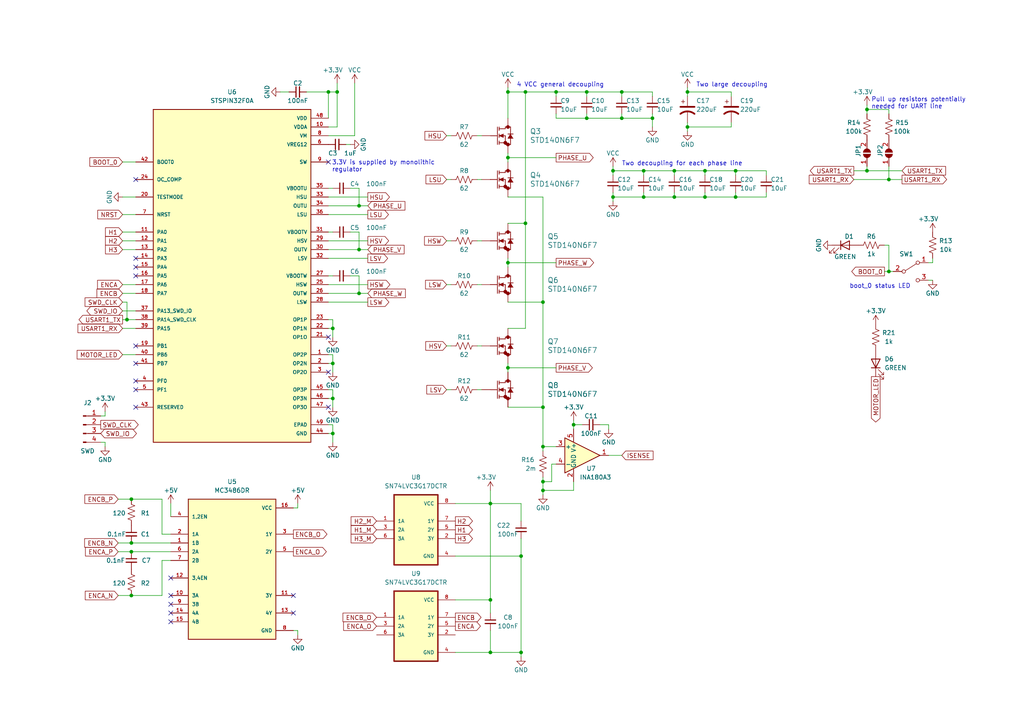
<source format=kicad_sch>
(kicad_sch (version 20231120) (generator "eeschema") (generator_version "8.0")
  (paper "A4")
  (lib_symbols
    (symbol "Amplifier_Current:INA180A3" (pin_names (offset 0.127))
      (property "Reference" "U" (at 3.81 3.81 0))
      (property "Value" "INA180A3" (at 3.81 -2.54 0))
      (symbol "INA180A3_1_1"
        (pin output line (at 7.62 0 180) (length 2.54) (name "~") (number "1"))
        (pin power_in line (at -2.54 -7.62 90) (length 3.81) (name "GND") (number "2"))
        (pin input line (at -7.62 2.54 0) (length 2.54) (name "+") (number "3"))
        (pin input line (at -7.62 -2.54 0) (length 2.54) (name "-") (number "4"))
        (pin power_in line (at -2.54 7.62 270) (length 3.81) (name "V+") (number "5"))
      )
    )
    (symbol "Connector:Conn_01x04_Pin" (pin_names (offset 1.016) hide)
      (property "Reference" "J" (at 0 5.08 0))
      (property "Value" "Conn_01x04_Pin" (at 0 -7.62 0))
      (symbol "Conn_01x04_Pin_1_1"
        (pin passive line (at 5.08 2.54 180) (length 3.81) (name "Pin_1") (number "1"))
        (pin passive line (at 5.08 0 180) (length 3.81) (name "Pin_2") (number "2"))
        (pin passive line (at 5.08 -2.54 180) (length 3.81) (name "Pin_3") (number "3"))
        (pin passive line (at 5.08 -5.08 180) (length 3.81) (name "Pin_4") (number "4"))
      )
    )
    (symbol "Device:C_Polarized_US" (pin_numbers hide) (pin_names (offset 0.254) hide)
      (property "Reference" "C" (at 0.635 2.54 0))
      (property "Value" "C_Polarized_US" (at 0.635 -2.54 0))
      (symbol "C_Polarized_US_1_1"
        (pin passive line (at 0 3.81 270) (length 2.794) (name "~") (number "1"))
        (pin passive line (at 0 -3.81 90) (length 3.302) (name "~") (number "2"))
      )
    )
    (symbol "Device:C_Small" (pin_numbers hide) (pin_names (offset 0.254) hide)
      (property "Reference" "C" (at 0.254 1.778 0))
      (property "Value" "C_Small" (at 0.254 -2.032 0))
      (symbol "C_Small_1_1"
        (pin passive line (at 0 2.54 270) (length 2.032) (name "~") (number "1"))
        (pin passive line (at 0 -2.54 90) (length 2.032) (name "~") (number "2"))
      )
    )
    (symbol "Device:LED" (pin_numbers hide) (pin_names (offset 1.016) hide)
      (property "Reference" "D" (at 0 2.54 0))
      (property "Value" "LED" (at 0 -2.54 0))
      (symbol "LED_1_1"
        (pin passive line (at -3.81 0 0) (length 2.54) (name "K") (number "1"))
        (pin passive line (at 3.81 0 180) (length 2.54) (name "A") (number "2"))
      )
    )
    (symbol "Device:R_US" (pin_numbers hide) (pin_names (offset 0))
      (property "Reference" "R" (at 2.54 0 90))
      (property "Value" "R_US" (at -2.54 0 90))
      (symbol "R_US_1_1"
        (pin passive line (at 0 3.81 270) (length 1.27) (name "~") (number "1"))
        (pin passive line (at 0 -3.81 90) (length 1.27) (name "~") (number "2"))
      )
    )
    (symbol "Jumper:SolderJumper_2_Open" (pin_names (offset 0) hide)
      (property "Reference" "JP" (at 0 2.032 0))
      (property "Value" "SolderJumper_2_Open" (at 0 -2.54 0))
      (symbol "SolderJumper_2_Open_1_1"
        (pin passive line (at -3.81 0 0) (length 2.54) (name "A") (number "1"))
        (pin passive line (at 3.81 0 180) (length 2.54) (name "B") (number "2"))
      )
    )
    (symbol "STD140N6F7_1" (pin_numbers hide) (pin_names (offset 0.254) hide)
      (property "Reference" "Q" (at 11.43 1.27 0))
      (property "Value" "STD140N6F7" (at 17.78 -1.27 0))
      (symbol "STD140N6F7_1_1_1"
        (pin input line (at 0 0 0) (length 2.54) (name "G") (number "1"))
        (pin input line (at 7.62 5.08 270) (length 2.54) (name "D") (number "2"))
        (pin output line (at 7.62 -5.08 90) (length 2.54) (name "S") (number "3"))
      )
    )
    (symbol "STD140N6F7_2" (pin_numbers hide) (pin_names (offset 0.254) hide)
      (property "Reference" "Q" (at 11.43 1.27 0))
      (property "Value" "STD140N6F7" (at 17.78 -1.27 0))
      (symbol "STD140N6F7_2_1_1"
        (pin input line (at 0 0 0) (length 2.54) (name "G") (number "1"))
        (pin input line (at 7.62 5.08 270) (length 2.54) (name "D") (number "2"))
        (pin output line (at 7.62 -5.08 90) (length 2.54) (name "S") (number "3"))
      )
    )
    (symbol "STD140N6F7_3" (pin_numbers hide) (pin_names (offset 0.254) hide)
      (property "Reference" "Q" (at 11.43 1.27 0))
      (property "Value" "STD140N6F7" (at 17.78 -1.27 0))
      (symbol "STD140N6F7_3_1_1"
        (pin input line (at 0 0 0) (length 2.54) (name "G") (number "1"))
        (pin input line (at 7.62 5.08 270) (length 2.54) (name "D") (number "2"))
        (pin output line (at 7.62 -5.08 90) (length 2.54) (name "S") (number "3"))
      )
    )
    (symbol "STD140N6F7_4" (pin_numbers hide) (pin_names (offset 0.254) hide)
      (property "Reference" "Q" (at 11.43 1.27 0))
      (property "Value" "STD140N6F7" (at 17.78 -1.27 0))
      (symbol "STD140N6F7_4_1_1"
        (pin input line (at 0 0 0) (length 2.54) (name "G") (number "1"))
        (pin input line (at 7.62 5.08 270) (length 2.54) (name "D") (number "2"))
        (pin output line (at 7.62 -5.08 90) (length 2.54) (name "S") (number "3"))
      )
    )
    (symbol "STD140N6F7_5" (pin_numbers hide) (pin_names (offset 0.254) hide)
      (property "Reference" "Q" (at 11.43 1.27 0))
      (property "Value" "STD140N6F7" (at 17.78 -1.27 0))
      (symbol "STD140N6F7_5_1_1"
        (pin input line (at 0 0 0) (length 2.54) (name "G") (number "1"))
        (pin input line (at 7.62 5.08 270) (length 2.54) (name "D") (number "2"))
        (pin output line (at 7.62 -5.08 90) (length 2.54) (name "S") (number "3"))
      )
    )
    (symbol "Switch:SW_SPDT" (pin_names (offset 0) hide)
      (property "Reference" "SW" (at 0 4.318 0))
      (property "Value" "SW_SPDT" (at 0 -5.08 0))
      (symbol "SW_SPDT_1_1"
        (pin passive line (at 5.08 2.54 180) (length 2.54) (name "A") (number "1"))
        (pin passive line (at -5.08 0 0) (length 2.54) (name "B") (number "2"))
        (pin passive line (at 5.08 -2.54 180) (length 2.54) (name "C") (number "3"))
      )
    )
    (symbol "lib:MC3486DR" (pin_names (offset 1.016))
      (property "Reference" "U" (at -12.7 20.828 0))
      (property "Value" "MC3486DR" (at -12.7 -22.86 0))
      (symbol "MC3486DR_0_0"
        (pin input line (at -17.78 7.62 0) (length 5.08) (name "1B") (number "1"))
        (pin input line (at -17.78 -7.62 0) (length 5.08) (name "3A") (number "10"))
        (pin output line (at 17.78 -7.62 180) (length 5.08) (name "3Y") (number "11"))
        (pin input line (at -17.78 -2.54 0) (length 5.08) (name "3,4EN") (number "12"))
        (pin output line (at 17.78 -12.7 180) (length 5.08) (name "4Y") (number "13"))
        (pin input line (at -17.78 -12.7 0) (length 5.08) (name "4A") (number "14"))
        (pin input line (at -17.78 -15.24 0) (length 5.08) (name "4B") (number "15"))
        (pin power_in line (at 17.78 17.78 180) (length 5.08) (name "VCC") (number "16"))
        (pin input line (at -17.78 10.16 0) (length 5.08) (name "1A") (number "2"))
        (pin output line (at 17.78 10.16 180) (length 5.08) (name "1Y") (number "3"))
        (pin input line (at -17.78 15.24 0) (length 5.08) (name "1,2EN") (number "4"))
        (pin output line (at 17.78 5.08 180) (length 5.08) (name "2Y") (number "5"))
        (pin input line (at -17.78 5.08 0) (length 5.08) (name "2A") (number "6"))
        (pin input line (at -17.78 2.54 0) (length 5.08) (name "2B") (number "7"))
        (pin power_in line (at 17.78 -17.78 180) (length 5.08) (name "GND") (number "8"))
        (pin input line (at -17.78 -10.16 0) (length 5.08) (name "3B") (number "9"))
      )
    )
    (symbol "lib:SN74LVC3G17DCTR" (pin_names (offset 1.016))
      (property "Reference" "U" (at 11.43 10.668 0))
      (property "Value" "SN74LVC3G17DCTR" (at -4.826 -12.7 0))
      (symbol "SN74LVC3G17DCTR_0_0"
        (pin input line (at -5.08 2.54 0) (length 5.08) (name "1A") (number "1"))
        (pin output line (at 17.78 -2.54 180) (length 5.08) (name "3Y") (number "2"))
        (pin input line (at -5.08 0 0) (length 5.08) (name "2A") (number "3"))
        (pin power_in line (at 17.78 -7.62 180) (length 5.08) (name "GND") (number "4"))
        (pin output line (at 17.78 0 180) (length 5.08) (name "2Y") (number "5"))
        (pin input line (at -5.08 -2.54 0) (length 5.08) (name "3A") (number "6"))
        (pin output line (at 17.78 2.54 180) (length 5.08) (name "1Y") (number "7"))
        (pin power_in line (at 17.78 7.62 180) (length 5.08) (name "VCC") (number "8"))
      )
    )
    (symbol "lib:STD140N6F7" (pin_numbers hide) (pin_names (offset 0.254) hide)
      (property "Reference" "Q" (at 11.43 1.27 0))
      (property "Value" "STD140N6F7" (at 17.78 -1.27 0))
      (symbol "STD140N6F7_1_1"
        (pin input line (at 0 0 0) (length 2.54) (name "G") (number "1"))
        (pin input line (at 7.62 5.08 270) (length 2.54) (name "D") (number "2"))
        (pin output line (at 7.62 -5.08 90) (length 2.54) (name "S") (number "3"))
      )
    )
    (symbol "lib:STSPIN32F0A" (pin_names (offset 1.016))
      (property "Reference" "U" (at -22.86 49.53 0))
      (property "Value" "STSPIN32F0A" (at -22.86 -49.53 0))
      (symbol "STSPIN32F0A_0_0"
        (pin input line (at 27.94 -22.86 180) (length 5.08) (name "OP2P") (number "1"))
        (pin power_in line (at 27.94 43.18 180) (length 5.08) (name "VDDA") (number "10"))
        (pin bidirectional line (at -27.94 12.7 0) (length 5.08) (name "PA0") (number "11"))
        (pin bidirectional line (at -27.94 10.16 0) (length 5.08) (name "PA1") (number "12"))
        (pin bidirectional line (at -27.94 7.62 0) (length 5.08) (name "PA2") (number "13"))
        (pin bidirectional line (at -27.94 5.08 0) (length 5.08) (name "PA3") (number "14"))
        (pin bidirectional line (at -27.94 2.54 0) (length 5.08) (name "PA4") (number "15"))
        (pin bidirectional line (at -27.94 0 0) (length 5.08) (name "PA5") (number "16"))
        (pin bidirectional line (at -27.94 -2.54 0) (length 5.08) (name "PA6") (number "17"))
        (pin bidirectional line (at -27.94 -5.08 0) (length 5.08) (name "PA7") (number "18"))
        (pin bidirectional line (at -27.94 -20.32 0) (length 5.08) (name "PB1") (number "19"))
        (pin input line (at 27.94 -25.4 180) (length 5.08) (name "OP2N") (number "2"))
        (pin input line (at -27.94 22.86 0) (length 5.08) (name "TESTMODE") (number "20"))
        (pin output line (at 27.94 -17.78 180) (length 5.08) (name "OP1O") (number "21"))
        (pin input line (at 27.94 -15.24 180) (length 5.08) (name "OP1N") (number "22"))
        (pin input line (at 27.94 -12.7 180) (length 5.08) (name "OP1P") (number "23"))
        (pin input line (at -27.94 27.94 0) (length 5.08) (name "OC_COMP") (number "24"))
        (pin output line (at 27.94 -2.54 180) (length 5.08) (name "HSW") (number "25"))
        (pin output line (at 27.94 -5.08 180) (length 5.08) (name "OUTW") (number "26"))
        (pin power_in line (at 27.94 0 180) (length 5.08) (name "VBOOTW") (number "27"))
        (pin output line (at 27.94 -7.62 180) (length 5.08) (name "LSW") (number "28"))
        (pin output line (at 27.94 10.16 180) (length 5.08) (name "HSV") (number "29"))
        (pin output line (at 27.94 -27.94 180) (length 5.08) (name "OP2O") (number "3"))
        (pin output line (at 27.94 7.62 180) (length 5.08) (name "OUTV") (number "30"))
        (pin power_in line (at 27.94 12.7 180) (length 5.08) (name "VBOOTV") (number "31"))
        (pin output line (at 27.94 5.08 180) (length 5.08) (name "LSV") (number "32"))
        (pin output line (at 27.94 22.86 180) (length 5.08) (name "HSU") (number "33"))
        (pin output line (at 27.94 20.32 180) (length 5.08) (name "OUTU") (number "34"))
        (pin power_in line (at 27.94 25.4 180) (length 5.08) (name "VBOOTU") (number "35"))
        (pin output line (at 27.94 17.78 180) (length 5.08) (name "LSU") (number "36"))
        (pin bidirectional line (at -27.94 -10.16 0) (length 5.08) (name "PA13_SWD_IO") (number "37"))
        (pin bidirectional line (at -27.94 -12.7 0) (length 5.08) (name "PA14_SWD_CLK") (number "38"))
        (pin bidirectional line (at -27.94 -15.24 0) (length 5.08) (name "PA15") (number "39"))
        (pin bidirectional line (at -27.94 -30.48 0) (length 5.08) (name "PF0") (number "4"))
        (pin bidirectional line (at -27.94 -22.86 0) (length 5.08) (name "PB6") (number "40"))
        (pin bidirectional line (at -27.94 -25.4 0) (length 5.08) (name "PB7") (number "41"))
        (pin input line (at -27.94 33.02 0) (length 5.08) (name "BOOT0") (number "42"))
        (pin passive line (at -27.94 -38.1 0) (length 5.08) (name "RESERVED") (number "43"))
        (pin power_in line (at 27.94 -45.72 180) (length 5.08) (name "GND") (number "44"))
        (pin input line (at 27.94 -33.02 180) (length 5.08) (name "OP3P") (number "45"))
        (pin input line (at 27.94 -35.56 180) (length 5.08) (name "OP3N") (number "46"))
        (pin output line (at 27.94 -38.1 180) (length 5.08) (name "OP3O") (number "47"))
        (pin power_in line (at 27.94 45.72 180) (length 5.08) (name "VDD") (number "48"))
        (pin power_in line (at 27.94 -43.18 180) (length 5.08) (name "EPAD") (number "49"))
        (pin bidirectional line (at -27.94 -33.02 0) (length 5.08) (name "PF1") (number "5"))
        (pin power_in line (at 27.94 38.1 180) (length 5.08) (name "VREG12") (number "6"))
        (pin bidirectional line (at -27.94 17.78 0) (length 5.08) (name "NRST") (number "7"))
        (pin power_in line (at 27.94 40.64 180) (length 5.08) (name "VM") (number "8"))
        (pin output line (at 27.94 33.02 180) (length 5.08) (name "SW") (number "9"))
      )
    )
    (symbol "power:+3.3V" (power) (pin_names (offset 0))
      (property "Value" "+3.3V" (at 0 3.556 0))
      (symbol "+3.3V_1_1"
        (pin power_in line (at 0 0 90) (length 0) hide (name "+3.3V") (number "1"))
      )
    )
    (symbol "power:+5V" (power) (pin_names (offset 0))
      (property "Value" "+5V" (at 0 3.556 0))
      (symbol "+5V_1_1"
        (pin power_in line (at 0 0 90) (length 0) hide (name "+5V") (number "1"))
      )
    )
    (symbol "power:GND" (power) (pin_names (offset 0))
      (property "Value" "GND" (at 0 -3.81 0))
      (symbol "GND_1_1"
        (pin power_in line (at 0 0 270) (length 0) hide (name "GND") (number "1"))
      )
    )
    (symbol "power:VCC" (power) (pin_names (offset 0))
      (property "Value" "VCC" (at 0 3.81 0))
      (symbol "VCC_1_1"
        (pin power_in line (at 0 0 90) (length 0) hide (name "VCC") (number "1"))
      )
    )
  )
  (junction (at 257.81 78.74))
  (junction (at 199.39 36.83))
  (junction (at 251.46 49.53))
  (junction (at 213.36 57.15))
  (junction (at 104.14 85.09))
  (junction (at 186.69 57.15))
  (junction (at 166.37 123.19))
  (junction (at 213.36 49.53))
  (junction (at 170.18 26.67))
  (junction (at 180.34 34.29))
  (junction (at 147.32 26.67))
  (junction (at 36.83 92.71))
  (junction (at 151.13 161.29))
  (junction (at 38.1 144.78))
  (junction (at 204.47 57.15))
  (junction (at 189.23 34.29))
  (junction (at 177.8 49.53))
  (junction (at 104.14 72.39))
  (junction (at 186.69 49.53))
  (junction (at 104.14 59.69))
  (junction (at 157.48 142.24))
  (junction (at 142.24 173.99))
  (junction (at 257.81 52.07))
  (junction (at 151.13 189.23))
  (junction (at 199.39 26.67))
  (junction (at 147.32 45.72))
  (junction (at 157.48 87.63))
  (junction (at 96.52 105.41))
  (junction (at 147.32 106.68))
  (junction (at 157.48 129.54))
  (junction (at 142.24 189.23))
  (junction (at 204.47 49.53))
  (junction (at 177.8 57.15))
  (junction (at 142.24 146.05))
  (junction (at 97.79 26.67))
  (junction (at 96.52 115.57))
  (junction (at 170.18 34.29))
  (junction (at 95.25 26.67))
  (junction (at 38.1 157.48))
  (junction (at 147.32 76.2))
  (junction (at 152.4 26.67))
  (junction (at 38.1 160.02))
  (junction (at 157.48 118.11))
  (junction (at 195.58 57.15))
  (junction (at 195.58 49.53))
  (junction (at 161.29 26.67))
  (junction (at 96.52 95.25))
  (junction (at 180.34 26.67))
  (junction (at 251.46 31.75))
  (junction (at 152.4 64.77))
  (junction (at 157.48 139.7))
  (junction (at 96.52 125.73))
  (junction (at 38.1 172.72))
  (no_connect (at 39.37 110.49))
  (no_connect (at 39.37 52.07))
  (no_connect (at 95.25 97.79))
  (no_connect (at 39.37 100.33))
  (no_connect (at 95.25 46.99))
  (no_connect (at 49.53 180.34))
  (no_connect (at 85.09 177.8))
  (no_connect (at 85.09 172.72))
  (no_connect (at 95.25 107.95))
  (no_connect (at 39.37 74.93))
  (no_connect (at 39.37 113.03))
  (no_connect (at 95.25 118.11))
  (no_connect (at 49.53 167.64))
  (no_connect (at 49.53 177.8))
  (no_connect (at 39.37 77.47))
  (no_connect (at 49.53 172.72))
  (no_connect (at 39.37 105.41))
  (no_connect (at 39.37 80.01))
  (no_connect (at 39.37 118.11))
  (no_connect (at 49.53 175.26))
  (wire (pts (xy 157.48 139.7) (xy 160.02 139.7)))
  (wire (pts (xy 34.29 144.78) (xy 38.1 144.78)))
  (wire (pts (xy 96.52 95.25) (xy 96.52 97.79)))
  (wire (pts (xy 213.36 49.53) (xy 222.25 49.53)))
  (wire (pts (xy 29.21 120.65) (xy 30.48 120.65)))
  (wire (pts (xy 186.69 55.88) (xy 186.69 57.15)))
  (wire (pts (xy 95.25 123.19) (xy 96.52 123.19)))
  (wire (pts (xy 161.29 26.67) (xy 170.18 26.67)))
  (wire (pts (xy 95.25 26.67) (xy 95.25 34.29)))
  (wire (pts (xy 170.18 33.02) (xy 170.18 34.29)))
  (wire (pts (xy 132.08 189.23) (xy 142.24 189.23)))
  (wire (pts (xy 101.6 67.31) (xy 104.14 67.31)))
  (wire (pts (xy 251.46 31.75) (xy 251.46 33.02)))
  (wire (pts (xy 213.36 57.15) (xy 222.25 57.15)))
  (wire (pts (xy 166.37 139.7) (xy 166.37 142.24)))
  (wire (pts (xy 38.1 157.48) (xy 49.53 157.48)))
  (wire (pts (xy 251.46 49.53) (xy 261.62 49.53)))
  (wire (pts (xy 199.39 25.4) (xy 199.39 26.67)))
  (wire (pts (xy 138.43 82.55) (xy 139.7 82.55)))
  (wire (pts (xy 96.52 115.57) (xy 96.52 118.11)))
  (wire (pts (xy 95.25 125.73) (xy 96.52 125.73)))
  (wire (pts (xy 88.9 26.67) (xy 95.25 26.67)))
  (wire (pts (xy 147.32 87.63) (xy 157.48 87.63)))
  (wire (pts (xy 106.68 74.93) (xy 95.25 74.93)))
  (wire (pts (xy 138.43 100.33) (xy 139.7 100.33)))
  (wire (pts (xy 195.58 49.53) (xy 204.47 49.53)))
  (wire (pts (xy 35.56 69.85) (xy 39.37 69.85)))
  (wire (pts (xy 157.48 118.11) (xy 157.48 129.54)))
  (wire (pts (xy 177.8 57.15) (xy 177.8 58.42)))
  (wire (pts (xy 199.39 27.94) (xy 199.39 26.67)))
  (wire (pts (xy 212.09 26.67) (xy 212.09 27.94)))
  (wire (pts (xy 257.81 78.74) (xy 257.81 71.12)))
  (wire (pts (xy 147.32 44.45) (xy 147.32 45.72)))
  (wire (pts (xy 81.28 26.67) (xy 83.82 26.67)))
  (wire (pts (xy 186.69 57.15) (xy 195.58 57.15)))
  (wire (pts (xy 35.56 82.55) (xy 39.37 82.55)))
  (wire (pts (xy 186.69 49.53) (xy 186.69 50.8)))
  (wire (pts (xy 96.52 125.73) (xy 96.52 128.27)))
  (wire (pts (xy 213.36 49.53) (xy 213.36 50.8)))
  (wire (pts (xy 251.46 48.26) (xy 251.46 49.53)))
  (wire (pts (xy 166.37 142.24) (xy 157.48 142.24)))
  (wire (pts (xy 129.54 113.03) (xy 130.81 113.03)))
  (wire (pts (xy 147.32 26.67) (xy 147.32 34.29)))
  (wire (pts (xy 96.52 113.03) (xy 96.52 115.57)))
  (wire (pts (xy 247.65 49.53) (xy 251.46 49.53)))
  (wire (pts (xy 257.81 71.12) (xy 256.54 71.12)))
  (wire (pts (xy 177.8 49.53) (xy 186.69 49.53)))
  (wire (pts (xy 129.54 52.07) (xy 130.81 52.07)))
  (wire (pts (xy 95.25 85.09) (xy 104.14 85.09)))
  (wire (pts (xy 199.39 36.83) (xy 199.39 38.1)))
  (wire (pts (xy 256.54 78.74) (xy 257.81 78.74)))
  (wire (pts (xy 132.08 146.05) (xy 142.24 146.05)))
  (wire (pts (xy 257.81 78.74) (xy 259.08 78.74)))
  (wire (pts (xy 270.51 74.93) (xy 270.51 76.2)))
  (wire (pts (xy 166.37 123.19) (xy 168.91 123.19)))
  (wire (pts (xy 104.14 59.69) (xy 106.68 59.69)))
  (wire (pts (xy 35.56 72.39) (xy 39.37 72.39)))
  (wire (pts (xy 96.52 123.19) (xy 96.52 125.73)))
  (wire (pts (xy 189.23 26.67) (xy 189.23 27.94)))
  (wire (pts (xy 173.99 123.19) (xy 176.53 123.19)))
  (wire (pts (xy 251.46 30.48) (xy 251.46 31.75)))
  (wire (pts (xy 46.99 154.94) (xy 49.53 154.94)))
  (wire (pts (xy 96.52 95.25) (xy 95.25 95.25)))
  (wire (pts (xy 157.48 138.43) (xy 157.48 139.7)))
  (wire (pts (xy 157.48 129.54) (xy 157.48 130.81)))
  (wire (pts (xy 166.37 123.19) (xy 166.37 124.46)))
  (wire (pts (xy 152.4 26.67) (xy 161.29 26.67)))
  (wire (pts (xy 147.32 105.41) (xy 147.32 106.68)))
  (wire (pts (xy 95.25 87.63) (xy 106.68 87.63)))
  (wire (pts (xy 35.56 85.09) (xy 39.37 85.09)))
  (wire (pts (xy 104.14 85.09) (xy 106.68 85.09)))
  (wire (pts (xy 195.58 49.53) (xy 195.58 50.8)))
  (wire (pts (xy 129.54 39.37) (xy 130.81 39.37)))
  (wire (pts (xy 104.14 80.01) (xy 104.14 85.09)))
  (wire (pts (xy 35.56 87.63) (xy 36.83 87.63)))
  (wire (pts (xy 95.25 105.41) (xy 96.52 105.41)))
  (wire (pts (xy 157.48 129.54) (xy 161.29 129.54)))
  (wire (pts (xy 97.79 26.67) (xy 97.79 36.83)))
  (wire (pts (xy 95.25 82.55) (xy 106.68 82.55)))
  (wire (pts (xy 34.29 172.72) (xy 38.1 172.72)))
  (wire (pts (xy 257.81 52.07) (xy 261.62 52.07)))
  (wire (pts (xy 30.48 119.38) (xy 30.48 120.65)))
  (wire (pts (xy 142.24 173.99) (xy 142.24 177.8)))
  (wire (pts (xy 49.53 146.05) (xy 49.53 149.86)))
  (wire (pts (xy 161.29 134.62) (xy 160.02 134.62)))
  (wire (pts (xy 35.56 92.71) (xy 36.83 92.71)))
  (wire (pts (xy 177.8 49.53) (xy 177.8 50.8)))
  (wire (pts (xy 157.48 142.24) (xy 157.48 143.51)))
  (wire (pts (xy 138.43 52.07) (xy 139.7 52.07)))
  (wire (pts (xy 95.25 92.71) (xy 96.52 92.71)))
  (wire (pts (xy 147.32 57.15) (xy 157.48 57.15)))
  (wire (pts (xy 177.8 55.88) (xy 177.8 57.15)))
  (wire (pts (xy 212.09 36.83) (xy 212.09 35.56)))
  (wire (pts (xy 35.56 46.99) (xy 39.37 46.99)))
  (wire (pts (xy 151.13 189.23) (xy 151.13 190.5)))
  (wire (pts (xy 189.23 34.29) (xy 189.23 33.02)))
  (wire (pts (xy 204.47 49.53) (xy 204.47 50.8)))
  (wire (pts (xy 152.4 64.77) (xy 147.32 64.77)))
  (wire (pts (xy 104.14 67.31) (xy 104.14 72.39)))
  (wire (pts (xy 204.47 49.53) (xy 213.36 49.53)))
  (wire (pts (xy 96.52 105.41) (xy 96.52 107.95)))
  (wire (pts (xy 95.25 57.15) (xy 106.68 57.15)))
  (wire (pts (xy 151.13 156.21) (xy 151.13 161.29)))
  (wire (pts (xy 186.69 49.53) (xy 195.58 49.53)))
  (wire (pts (xy 247.65 52.07) (xy 257.81 52.07)))
  (wire (pts (xy 157.48 57.15) (xy 157.48 87.63)))
  (wire (pts (xy 95.25 62.23) (xy 106.68 62.23)))
  (wire (pts (xy 180.34 34.29) (xy 189.23 34.29)))
  (wire (pts (xy 104.14 54.61) (xy 104.14 59.69)))
  (wire (pts (xy 151.13 161.29) (xy 151.13 189.23)))
  (wire (pts (xy 157.48 87.63) (xy 157.48 118.11)))
  (wire (pts (xy 199.39 26.67) (xy 212.09 26.67)))
  (wire (pts (xy 157.48 139.7) (xy 157.48 142.24)))
  (wire (pts (xy 29.21 128.27) (xy 30.48 128.27)))
  (wire (pts (xy 142.24 173.99) (xy 132.08 173.99)))
  (wire (pts (xy 96.52 115.57) (xy 95.25 115.57)))
  (wire (pts (xy 100.33 41.91) (xy 101.6 41.91)))
  (wire (pts (xy 199.39 35.56) (xy 199.39 36.83)))
  (wire (pts (xy 46.99 172.72) (xy 46.99 162.56)))
  (wire (pts (xy 199.39 36.83) (xy 212.09 36.83)))
  (wire (pts (xy 106.68 69.85) (xy 95.25 69.85)))
  (wire (pts (xy 166.37 121.92) (xy 166.37 123.19)))
  (wire (pts (xy 95.25 113.03) (xy 96.52 113.03)))
  (wire (pts (xy 151.13 146.05) (xy 151.13 151.13)))
  (wire (pts (xy 152.4 64.77) (xy 152.4 95.25)))
  (wire (pts (xy 142.24 146.05) (xy 142.24 173.99)))
  (wire (pts (xy 251.46 31.75) (xy 257.81 31.75)))
  (wire (pts (xy 35.56 62.23) (xy 39.37 62.23)))
  (wire (pts (xy 34.29 160.02) (xy 38.1 160.02)))
  (wire (pts (xy 129.54 69.85) (xy 130.81 69.85)))
  (wire (pts (xy 101.6 80.01) (xy 104.14 80.01)))
  (wire (pts (xy 147.32 106.68) (xy 147.32 107.95)))
  (wire (pts (xy 180.34 26.67) (xy 180.34 27.94)))
  (wire (pts (xy 257.81 31.75) (xy 257.81 33.02)))
  (wire (pts (xy 160.02 134.62) (xy 160.02 139.7)))
  (wire (pts (xy 152.4 26.67) (xy 152.4 64.77)))
  (wire (pts (xy 142.24 189.23) (xy 151.13 189.23)))
  (wire (pts (xy 35.56 95.25) (xy 39.37 95.25)))
  (wire (pts (xy 147.32 95.25) (xy 152.4 95.25)))
  (wire (pts (xy 147.32 25.4) (xy 147.32 26.67)))
  (wire (pts (xy 95.25 67.31) (xy 96.52 67.31)))
  (wire (pts (xy 86.36 146.05) (xy 86.36 147.32)))
  (wire (pts (xy 147.32 76.2) (xy 161.29 76.2)))
  (wire (pts (xy 147.32 76.2) (xy 147.32 77.47)))
  (wire (pts (xy 102.87 24.13) (xy 102.87 39.37)))
  (wire (pts (xy 269.24 81.28) (xy 270.51 81.28)))
  (wire (pts (xy 180.34 132.08) (xy 176.53 132.08)))
  (wire (pts (xy 177.8 57.15) (xy 186.69 57.15)))
  (wire (pts (xy 95.25 39.37) (xy 102.87 39.37)))
  (wire (pts (xy 147.32 45.72) (xy 147.32 46.99)))
  (wire (pts (xy 204.47 55.88) (xy 204.47 57.15)))
  (wire (pts (xy 97.79 36.83) (xy 95.25 36.83)))
  (wire (pts (xy 222.25 55.88) (xy 222.25 57.15)))
  (wire (pts (xy 138.43 69.85) (xy 139.7 69.85)))
  (wire (pts (xy 195.58 55.88) (xy 195.58 57.15)))
  (wire (pts (xy 189.23 34.29) (xy 189.23 36.83)))
  (wire (pts (xy 138.43 113.03) (xy 139.7 113.03)))
  (wire (pts (xy 176.53 123.19) (xy 176.53 124.46)))
  (wire (pts (xy 132.08 161.29) (xy 151.13 161.29)))
  (wire (pts (xy 170.18 34.29) (xy 180.34 34.29)))
  (wire (pts (xy 101.6 54.61) (xy 104.14 54.61)))
  (wire (pts (xy 270.51 76.2) (xy 269.24 76.2)))
  (wire (pts (xy 142.24 142.24) (xy 142.24 146.05)))
  (wire (pts (xy 34.29 157.48) (xy 38.1 157.48)))
  (wire (pts (xy 142.24 146.05) (xy 151.13 146.05)))
  (wire (pts (xy 213.36 55.88) (xy 213.36 57.15)))
  (wire (pts (xy 95.25 26.67) (xy 97.79 26.67)))
  (wire (pts (xy 147.32 74.93) (xy 147.32 76.2)))
  (wire (pts (xy 95.25 59.69) (xy 104.14 59.69)))
  (wire (pts (xy 177.8 48.26) (xy 177.8 49.53)))
  (wire (pts (xy 104.14 72.39) (xy 106.68 72.39)))
  (wire (pts (xy 95.25 54.61) (xy 96.52 54.61)))
  (wire (pts (xy 195.58 57.15) (xy 204.47 57.15)))
  (wire (pts (xy 97.79 24.13) (xy 97.79 26.67)))
  (wire (pts (xy 35.56 102.87) (xy 39.37 102.87)))
  (wire (pts (xy 30.48 128.27) (xy 30.48 129.54)))
  (wire (pts (xy 85.09 147.32) (xy 86.36 147.32)))
  (wire (pts (xy 35.56 57.15) (xy 39.37 57.15)))
  (wire (pts (xy 36.83 92.71) (xy 39.37 92.71)))
  (wire (pts (xy 222.25 49.53) (xy 222.25 50.8)))
  (wire (pts (xy 46.99 144.78) (xy 46.99 154.94)))
  (wire (pts (xy 129.54 82.55) (xy 130.81 82.55)))
  (wire (pts (xy 85.09 182.88) (xy 86.36 182.88)))
  (wire (pts (xy 147.32 45.72) (xy 161.29 45.72)))
  (wire (pts (xy 46.99 162.56) (xy 49.53 162.56)))
  (wire (pts (xy 38.1 172.72) (xy 46.99 172.72)))
  (wire (pts (xy 95.25 102.87) (xy 96.52 102.87)))
  (wire (pts (xy 147.32 26.67) (xy 152.4 26.67)))
  (wire (pts (xy 142.24 182.88) (xy 142.24 189.23)))
  (wire (pts (xy 180.34 34.29) (xy 180.34 33.02)))
  (wire (pts (xy 95.25 72.39) (xy 104.14 72.39)))
  (wire (pts (xy 86.36 182.88) (xy 86.36 184.15)))
  (wire (pts (xy 129.54 100.33) (xy 130.81 100.33)))
  (wire (pts (xy 95.25 80.01) (xy 96.52 80.01)))
  (wire (pts (xy 161.29 33.02) (xy 161.29 34.29)))
  (wire (pts (xy 96.52 102.87) (xy 96.52 105.41)))
  (wire (pts (xy 157.48 118.11) (xy 147.32 118.11)))
  (wire (pts (xy 257.81 48.26) (xy 257.81 52.07)))
  (wire (pts (xy 170.18 26.67) (xy 180.34 26.67)))
  (wire (pts (xy 36.83 87.63) (xy 36.83 92.71)))
  (wire (pts (xy 161.29 26.67) (xy 161.29 27.94)))
  (wire (pts (xy 35.56 90.17) (xy 39.37 90.17)))
  (wire (pts (xy 170.18 26.67) (xy 170.18 27.94)))
  (wire (pts (xy 96.52 92.71) (xy 96.52 95.25)))
  (wire (pts (xy 38.1 160.02) (xy 49.53 160.02)))
  (wire (pts (xy 38.1 144.78) (xy 46.99 144.78)))
  (wire (pts (xy 35.56 67.31) (xy 39.37 67.31)))
  (wire (pts (xy 138.43 39.37) (xy 139.7 39.37)))
  (wire (pts (xy 161.29 34.29) (xy 170.18 34.29)))
  (wire (pts (xy 147.32 106.68) (xy 161.29 106.68)))
  (wire (pts (xy 204.47 57.15) (xy 213.36 57.15)))
  (wire (pts (xy 180.34 26.67) (xy 189.23 26.67)))
  (text "3.3V is supplied by monolithic \nregulator" (at 96.266 50.038 0) (effects (font (size 1.27 1.27)) (justify left bottom)))
  (text "Two large decoupling" (at 201.93 25.4 0) (effects (font (size 1.27 1.27)) (justify left bottom)))
  (text "Pull up resistors potentially\nneeded for UART line" (at 252.73 31.75 0) (effects (font (size 1.27 1.27)) (justify left bottom)))
  (text "Two decoupling for each phase line" (at 180.34 48.26 0) (effects (font (size 1.27 1.27)) (justify left bottom)))
  (text "4 VCC general decoupling" (at 149.86 25.4 0) (effects (font (size 1.27 1.27)) (justify left bottom)))
  (text "boot_0 status LED" (at 246.38 83.82 0) (effects (font (size 1.27 1.27)) (justify left bottom)))
  (global_label "ENCA" (shape output) (at 132.08 181.61 0) (property "Intersheetrefs" "${INTERSHEET_REFS}" (effects (hide yes))))
  (global_label "ENCA" (shape input) (at 35.56 82.55 180) (property "Intersheetrefs" "${INTERSHEET_REFS}" (effects (hide yes))))
  (global_label "H2" (shape input) (at 35.56 69.85 180) (property "Intersheetrefs" "${INTERSHEET_REFS}" (effects (hide yes))))
  (global_label "ENCA_O" (shape output) (at 85.09 160.02 0) (property "Intersheetrefs" "${INTERSHEET_REFS}" (effects (hide yes))))
  (global_label "USART1_TX" (shape output) (at 35.56 92.71 180) (property "Intersheetrefs" "${INTERSHEET_REFS}" (effects (hide yes))))
  (global_label "PHASE_U" (shape input) (at 106.68 59.69 0) (property "Intersheetrefs" "${INTERSHEET_REFS}" (effects (hide yes))))
  (global_label "SWD_IO" (shape bidirectional) (at 29.21 125.73 0) (property "Intersheetrefs" "${INTERSHEET_REFS}" (effects (hide yes))))
  (global_label "ENCA_N" (shape input) (at 34.29 172.72 180) (property "Intersheetrefs" "${INTERSHEET_REFS}" (effects (hide yes))))
  (global_label "LSV" (shape output) (at 106.68 74.93 0) (property "Intersheetrefs" "${INTERSHEET_REFS}" (effects (hide yes))))
  (global_label "PHASE_W" (shape output) (at 161.29 76.2 0) (property "Intersheetrefs" "${INTERSHEET_REFS}" (effects (hide yes))))
  (global_label "HSU" (shape output) (at 106.68 57.15 0) (property "Intersheetrefs" "${INTERSHEET_REFS}" (effects (hide yes))))
  (global_label "H2" (shape output) (at 132.08 151.13 0) (property "Intersheetrefs" "${INTERSHEET_REFS}" (effects (hide yes))))
  (global_label "MOTOR_LED" (shape input) (at 35.56 102.87 180) (property "Intersheetrefs" "${INTERSHEET_REFS}" (effects (hide yes))))
  (global_label "H1_M" (shape input) (at 109.22 153.67 180) (property "Intersheetrefs" "${INTERSHEET_REFS}" (effects (hide yes))))
  (global_label "LSV" (shape input) (at 129.54 113.03 180) (property "Intersheetrefs" "${INTERSHEET_REFS}" (effects (hide yes))))
  (global_label "PHASE_V" (shape input) (at 106.68 72.39 0) (property "Intersheetrefs" "${INTERSHEET_REFS}" (effects (hide yes))))
  (global_label "ENCB" (shape output) (at 132.08 179.07 0) (property "Intersheetrefs" "${INTERSHEET_REFS}" (effects (hide yes))))
  (global_label "USART1_RX" (shape input) (at 247.65 52.07 180) (property "Intersheetrefs" "${INTERSHEET_REFS}" (effects (hide yes))))
  (global_label "PHASE_U" (shape output) (at 161.29 45.72 0) (property "Intersheetrefs" "${INTERSHEET_REFS}" (effects (hide yes))))
  (global_label "H2_M" (shape input) (at 109.22 151.13 180) (property "Intersheetrefs" "${INTERSHEET_REFS}" (effects (hide yes))))
  (global_label "ENCB_P" (shape input) (at 34.29 144.78 180) (property "Intersheetrefs" "${INTERSHEET_REFS}" (effects (hide yes))))
  (global_label "HSW" (shape output) (at 106.68 82.55 0) (property "Intersheetrefs" "${INTERSHEET_REFS}" (effects (hide yes))))
  (global_label "PHASE_W" (shape input) (at 106.68 85.09 0) (property "Intersheetrefs" "${INTERSHEET_REFS}" (effects (hide yes))))
  (global_label "USART1_TX" (shape output) (at 247.65 49.53 180) (property "Intersheetrefs" "${INTERSHEET_REFS}" (effects (hide yes))))
  (global_label "ISENSE" (shape input) (at 180.34 132.08 0) (property "Intersheetrefs" "${INTERSHEET_REFS}" (effects (hide yes))))
  (global_label "BOOT_0" (shape output) (at 256.54 78.74 180) (property "Intersheetrefs" "${INTERSHEET_REFS}" (effects (hide yes))))
  (global_label "USART1_RX" (shape output) (at 261.62 52.07 0) (property "Intersheetrefs" "${INTERSHEET_REFS}" (effects (hide yes))))
  (global_label "SWD_IO" (shape bidirectional) (at 35.56 90.17 180) (property "Intersheetrefs" "${INTERSHEET_REFS}" (effects (hide yes))))
  (global_label "HSU" (shape input) (at 129.54 39.37 180) (property "Intersheetrefs" "${INTERSHEET_REFS}" (effects (hide yes))))
  (global_label "LSU" (shape output) (at 106.68 62.23 0) (property "Intersheetrefs" "${INTERSHEET_REFS}" (effects (hide yes))))
  (global_label "HSV" (shape output) (at 106.68 69.85 0) (property "Intersheetrefs" "${INTERSHEET_REFS}" (effects (hide yes))))
  (global_label "HSW" (shape input) (at 129.54 69.85 180) (property "Intersheetrefs" "${INTERSHEET_REFS}" (effects (hide yes))))
  (global_label "ENCA_P" (shape input) (at 34.29 160.02 180) (property "Intersheetrefs" "${INTERSHEET_REFS}" (effects (hide yes))))
  (global_label "H1" (shape input) (at 35.56 67.31 180) (property "Intersheetrefs" "${INTERSHEET_REFS}" (effects (hide yes))))
  (global_label "HSV" (shape input) (at 129.54 100.33 180) (property "Intersheetrefs" "${INTERSHEET_REFS}" (effects (hide yes))))
  (global_label "BOOT_0" (shape input) (at 35.56 46.99 180) (property "Intersheetrefs" "${INTERSHEET_REFS}" (effects (hide yes))))
  (global_label "SWD_CLK" (shape output) (at 29.21 123.19 0) (property "Intersheetrefs" "${INTERSHEET_REFS}" (effects (hide yes))))
  (global_label "ENCB_O" (shape input) (at 109.22 179.07 180) (property "Intersheetrefs" "${INTERSHEET_REFS}" (effects (hide yes))))
  (global_label "LSU" (shape input) (at 129.54 52.07 180) (property "Intersheetrefs" "${INTERSHEET_REFS}" (effects (hide yes))))
  (global_label "ENCB_O" (shape output) (at 85.09 154.94 0) (property "Intersheetrefs" "${INTERSHEET_REFS}" (effects (hide yes))))
  (global_label "USART1_RX" (shape input) (at 35.56 95.25 180) (property "Intersheetrefs" "${INTERSHEET_REFS}" (effects (hide yes))))
  (global_label "LSW" (shape output) (at 106.68 87.63 0) (property "Intersheetrefs" "${INTERSHEET_REFS}" (effects (hide yes))))
  (global_label "LSW" (shape input) (at 129.54 82.55 180) (property "Intersheetrefs" "${INTERSHEET_REFS}" (effects (hide yes))))
  (global_label "PHASE_V" (shape output) (at 161.29 106.68 0) (property "Intersheetrefs" "${INTERSHEET_REFS}" (effects (hide yes))))
  (global_label "MOTOR_LED" (shape output) (at 254 109.22 270) (property "Intersheetrefs" "${INTERSHEET_REFS}" (effects (hide yes))))
  (global_label "ENCB_N" (shape input) (at 34.29 157.48 180) (property "Intersheetrefs" "${INTERSHEET_REFS}" (effects (hide yes))))
  (global_label "NRST" (shape input) (at 35.56 62.23 180) (property "Intersheetrefs" "${INTERSHEET_REFS}" (effects (hide yes))))
  (global_label "H1" (shape output) (at 132.08 153.67 0) (property "Intersheetrefs" "${INTERSHEET_REFS}" (effects (hide yes))))
  (global_label "ENCA_O" (shape input) (at 109.22 181.61 180) (property "Intersheetrefs" "${INTERSHEET_REFS}" (effects (hide yes))))
  (global_label "H3" (shape output) (at 132.08 156.21 0) (property "Intersheetrefs" "${INTERSHEET_REFS}" (effects (hide yes))))
  (global_label "SWD_CLK" (shape input) (at 35.56 87.63 180) (property "Intersheetrefs" "${INTERSHEET_REFS}" (effects (hide yes))))
  (global_label "USART1_TX" (shape input) (at 261.62 49.53 0) (property "Intersheetrefs" "${INTERSHEET_REFS}" (effects (hide yes))))
  (global_label "H3_M" (shape input) (at 109.22 156.21 180) (property "Intersheetrefs" "${INTERSHEET_REFS}" (effects (hide yes))))
  (global_label "H3" (shape input) (at 35.56 72.39 180) (property "Intersheetrefs" "${INTERSHEET_REFS}" (effects (hide yes))))
  (global_label "ENCB" (shape input) (at 35.56 85.09 180) (property "Intersheetrefs" "${INTERSHEET_REFS}" (effects (hide yes))))
  (symbol (lib_id "power:GND") (at 177.8 58.42 0) (unit 1)
    (property "Reference" "#PWR028" (effects (hide yes)))
    (property "Value" "GND" (at 177.8 62.23 0))
  )
  (symbol (lib_id "power:GND") (at 96.52 107.95 0) (unit 1)
    (property "Reference" "#PWR010" (effects (hide yes)))
    (property "Value" "GND" (at 96.52 111.76 0))
  )
  (symbol (lib_id "power:GND") (at 96.52 118.11 0) (unit 1)
    (property "Reference" "#PWR011" (effects (hide yes)))
    (property "Value" "GND" (at 96.52 121.92 0))
  )
  (symbol (lib_id "Device:C_Small") (at 186.69 53.34 0) (unit 1)
    (property "Reference" "C14" (at 187.96 52.07 0) (effects (justify left)))
    (property "Value" "10uF" (at 187.96 54.61 0) (effects (justify left)))
    (property "Footprint" "Capacitor_SMD:C_1206_3216Metric" (effects (hide yes)))
  )
  (symbol (lib_id "power:GND") (at 30.48 129.54 0) (unit 1)
    (property "Reference" "#PWR02" (effects (hide yes)))
    (property "Value" "GND" (at 30.48 133.35 0))
  )
  (symbol (lib_id "Device:C_Small") (at 222.25 53.34 0) (unit 1)
    (property "Reference" "C21" (at 223.52 52.07 0) (effects (justify left)))
    (property "Value" "10uF" (at 223.52 54.61 0) (effects (justify left)))
    (property "Footprint" "Capacitor_SMD:C_1206_3216Metric" (effects (hide yes)))
  )
  (symbol (lib_id "power:VCC") (at 102.87 24.13 0) (unit 1)
    (property "Reference" "#PWR015" (effects (hide yes)))
    (property "Value" "VCC" (at 102.87 20.32 0))
  )
  (symbol (lib_id "power:+3.3V") (at 142.24 142.24 0) (unit 1)
    (property "Reference" "#PWR07" (effects (hide yes)))
    (property "Value" "+3.3V" (at 140.97 138.43 0))
  )
  (symbol (lib_name "STD140N6F7_4") (lib_id "lib:STD140N6F7") (at 139.7 82.55 0) (unit 1)
    (property "Reference" "Q6" (at 158.75 81.28 0) (effects (font (size 1.524 1.524)) (justify left)))
    (property "Value" "STD140N6F7" (at 158.75 83.82 0) (effects (font (size 1.524 1.524)) (justify left)))
    (property "Footprint" "lib:DPAKTO-252_A2_STM" (effects (hide yes)))
    (property "Datasheet" "STD140N6F7" (effects (hide yes)))
  )
  (symbol (lib_id "Jumper:SolderJumper_2_Open") (at 257.81 44.45 90) (unit 1)
    (property "Reference" "JP2" (at 255.27 41.91 0) (effects (justify right)))
    (property "Value" "SolderJumper_2_Open" (effects (hide yes)))
    (property "Footprint" "Jumper:SolderJumper-2_P1.3mm_Open_Pad1.0x1.5mm" (effects (hide yes)))
  )
  (symbol (lib_id "Device:C_Small") (at 99.06 80.01 90) (unit 1)
    (property "Reference" "C6" (at 102.87 78.74 90))
    (property "Value" "100nF" (at 109.22 78.74 90))
    (property "Footprint" "Capacitor_SMD:C_0603_1608Metric" (effects (hide yes)))
  )
  (symbol (lib_id "power:GND") (at 157.48 143.51 0) (unit 1)
    (property "Reference" "#PWR024" (effects (hide yes)))
    (property "Value" "GND" (at 157.48 147.32 0))
  )
  (symbol (lib_id "Device:C_Small") (at 142.24 180.34 0) (unit 1)
    (property "Reference" "C8" (at 147.32 179.07 0))
    (property "Value" "100nF" (at 147.32 181.61 0))
    (property "Footprint" "Capacitor_SMD:C_0603_1608Metric" (effects (hide yes)))
  )
  (symbol (lib_id "Device:C_Small") (at 204.47 53.34 0) (unit 1)
    (property "Reference" "C18" (at 205.74 52.07 0) (effects (justify left)))
    (property "Value" "10uF" (at 205.74 54.61 0) (effects (justify left)))
    (property "Footprint" "Capacitor_SMD:C_1206_3216Metric" (effects (hide yes)))
  )
  (symbol (lib_name "STD140N6F7_5") (lib_id "lib:STD140N6F7") (at 139.7 100.33 0) (unit 1)
    (property "Reference" "Q7" (at 158.75 99.06 0) (effects (font (size 1.524 1.524)) (justify left)))
    (property "Value" "STD140N6F7" (at 158.75 101.6 0) (effects (font (size 1.524 1.524)) (justify left)))
    (property "Footprint" "lib:DPAKTO-252_A2_STM" (effects (hide yes)))
    (property "Datasheet" "STD140N6F7" (effects (hide yes)))
  )
  (symbol (lib_id "power:GND") (at 96.52 128.27 0) (unit 1)
    (property "Reference" "#PWR012" (effects (hide yes)))
    (property "Value" "GND" (at 96.52 132.08 0))
  )
  (symbol (lib_id "Device:R_US") (at 252.73 71.12 90) (unit 1)
    (property "Reference" "R6" (at 252.73 68.58 90))
    (property "Value" "1k" (at 252.73 73.66 90))
    (property "Footprint" "Resistor_SMD:R_0603_1608Metric" (effects (hide yes)))
  )
  (symbol (lib_id "power:+3.3V") (at 254 93.98 0) (unit 1)
    (property "Reference" "#PWR043" (effects (hide yes)))
    (property "Value" "+3.3V" (at 254 90.17 0))
  )
  (symbol (lib_id "power:GND") (at 189.23 36.83 0) (unit 1)
    (property "Reference" "#PWR029" (effects (hide yes)))
    (property "Value" "GND" (at 189.23 40.64 0))
  )
  (symbol (lib_id "lib:SN74LVC3G17DCTR") (at 114.3 181.61 0) (unit 1)
    (property "Reference" "U9" (at 120.65 166.37 0))
    (property "Value" "SN74LVC3G17DCTR" (at 120.65 168.91 0))
    (property "Footprint" "lib:SOP65P400X130-8N" (effects (hide yes)))
  )
  (symbol (lib_id "Device:C_Small") (at 177.8 53.34 0) (unit 1)
    (property "Reference" "C12" (at 179.07 52.07 0) (effects (justify left)))
    (property "Value" "10uF" (at 179.07 54.61 0) (effects (justify left)))
    (property "Footprint" "Capacitor_SMD:C_1206_3216Metric" (effects (hide yes)))
  )
  (symbol (lib_id "lib:STSPIN32F0A") (at 67.31 80.01 0) (unit 1)
    (property "Reference" "U6" (at 67.31 26.67 0))
    (property "Value" "STSPIN32F0A" (at 67.31 29.21 0))
    (property "Footprint" "lib:IC_STSPIN32F0A" (effects (hide yes)))
    (property "Description" "\nIC BLDC CTLR STM32 48VFQFPN\n" (effects (hide yes)))
    (property "MF" "STMicroelectronics" (effects (hide yes)))
    (property "MAXIMUM_PACKAGE_HEIGHT" "1.1 mm" (effects (hide yes)))
    (property "Package" "VFQFPN-48 STMicroelectronics" (effects (hide yes)))
    (property "Price" "None" (effects (hide yes)))
    (property "Check_prices" "https://www.snapeda.com/parts/STSPIN32F0A/STMicroelectronics/view-part/?ref=eda" (effects (hide yes)))
    (property "STANDARD" "Manufacturer Recommendations" (effects (hide yes)))
    (property "PARTREV" "2" (effects (hide yes)))
    (property "SnapEDA_Link" "https://www.snapeda.com/parts/STSPIN32F0A/STMicroelectronics/view-part/?ref=snap" (effects (hide yes)))
    (property "MP" "STSPIN32F0A" (effects (hide yes)))
    (property "MANUFACTURER" "STMicroelectronics" (effects (hide yes)))
    (property "Availability" "In Stock" (effects (hide yes)))
    (property "SNAPEDA_PN" "STSPIN32F0ATR" (effects (hide yes)))
  )
  (symbol (lib_id "Device:R_US") (at 157.48 134.62 0) (unit 1)
    (property "Reference" "R16" (at 151.13 133.35 0) (effects (justify left)))
    (property "Value" "2m" (at 152.4 135.89 0) (effects (justify left)))
    (property "Footprint" "Resistor_SMD:R_1206_3216Metric" (effects (hide yes)))
  )
  (symbol (lib_id "power:GND") (at 35.56 57.15 270) (unit 1)
    (property "Reference" "#PWR04" (effects (hide yes)))
    (property "Value" "GND" (at 31.75 57.15 0))
  )
  (symbol (lib_id "power:GND") (at 151.13 190.5 0) (unit 1)
    (property "Reference" "#PWR016" (effects (hide yes)))
    (property "Value" "GND" (at 151.13 194.31 0))
  )
  (symbol (lib_id "Device:R_US") (at 257.81 36.83 180) (unit 1)
    (property "Reference" "R15" (at 261.62 35.56 0))
    (property "Value" "100k" (at 261.62 38.1 0))
    (property "Footprint" "Resistor_SMD:R_0603_1608Metric" (effects (hide yes)))
  )
  (symbol (lib_id "Device:C_Small") (at 189.23 30.48 0) (unit 1)
    (property "Reference" "C15" (at 190.5 29.21 0) (effects (justify left)))
    (property "Value" "10uF" (at 190.5 31.75 0) (effects (justify left)))
    (property "Footprint" "Capacitor_SMD:C_1206_3216Metric" (effects (hide yes)))
  )
  (symbol (lib_id "Device:C_Small") (at 38.1 162.56 0) (unit 1)
    (property "Reference" "C7" (at 42.418 162.56 0))
    (property "Value" "0.1nF" (at 33.528 162.56 0))
    (property "Footprint" "Capacitor_SMD:C_0603_1608Metric" (effects (hide yes)))
  )
  (symbol (lib_id "power:GND") (at 96.52 97.79 0) (unit 1)
    (property "Reference" "#PWR09" (effects (hide yes)))
    (property "Value" "GND" (at 96.52 101.6 0))
  )
  (symbol (lib_id "lib:SN74LVC3G17DCTR") (at 114.3 153.67 0) (unit 1)
    (property "Reference" "U8" (at 120.65 138.43 0))
    (property "Value" "SN74LVC3G17DCTR" (at 120.65 140.97 0))
    (property "Footprint" "lib:SOP65P400X130-8N" (effects (hide yes)))
  )
  (symbol (lib_id "power:GND") (at 176.53 124.46 0) (unit 1)
    (property "Reference" "#PWR026" (effects (hide yes)))
    (property "Value" "GND" (at 176.53 128.27 0))
  )
  (symbol (lib_id "power:+5V") (at 49.53 146.05 0) (unit 1)
    (property "Reference" "#PWR03" (effects (hide yes)))
    (property "Value" "+5V" (at 49.53 142.24 0))
  )
  (symbol (lib_id "power:GND") (at 81.28 26.67 270) (unit 1)
    (property "Reference" "#PWR08" (effects (hide yes)))
    (property "Value" "GND" (at 77.47 26.67 0))
  )
  (symbol (lib_id "power:GND") (at 199.39 38.1 0) (unit 1)
    (property "Reference" "#PWR031" (effects (hide yes)))
    (property "Value" "GND" (at 199.39 41.91 0))
  )
  (symbol (lib_name "STD140N6F7_1") (lib_id "lib:STD140N6F7") (at 139.7 52.07 0) (unit 1)
    (property "Reference" "Q4" (at 153.67 50.8 0) (effects (font (size 1.524 1.524)) (justify left)))
    (property "Value" "STD140N6F7" (at 153.67 53.34 0) (effects (font (size 1.524 1.524)) (justify left)))
    (property "Footprint" "lib:DPAKTO-252_A2_STM" (effects (hide yes)))
    (property "Datasheet" "STD140N6F7" (effects (hide yes)))
  )
  (symbol (lib_id "Device:C_Small") (at 97.79 41.91 90) (unit 1)
    (property "Reference" "C3" (at 96.52 44.45 90))
    (property "Value" "1uF" (at 101.6 44.45 90))
    (property "Footprint" "Capacitor_SMD:C_0603_1608Metric" (effects (hide yes)))
  )
  (symbol (lib_id "power:VCC") (at 199.39 25.4 0) (unit 1)
    (property "Reference" "#PWR030" (effects (hide yes)))
    (property "Value" "VCC" (at 199.39 21.59 0))
  )
  (symbol (lib_id "Device:C_Small") (at 99.06 67.31 90) (unit 1)
    (property "Reference" "C5" (at 102.87 66.04 90))
    (property "Value" "100nF" (at 109.22 66.04 90))
    (property "Footprint" "Capacitor_SMD:C_0603_1608Metric" (effects (hide yes)))
  )
  (symbol (lib_id "Device:R_US") (at 134.62 82.55 90) (unit 1)
    (property "Reference" "R10" (at 134.62 80.01 90))
    (property "Value" "62" (at 134.62 85.09 90))
    (property "Footprint" "Resistor_SMD:R_0603_1608Metric" (effects (hide yes)))
  )
  (symbol (lib_id "Device:C_Polarized_US") (at 212.09 31.75 0) (unit 1)
    (property "Reference" "C19" (at 214.63 29.21 0) (effects (justify left)))
    (property "Value" "220uF" (at 214.63 31.75 0) (effects (justify left)))
    (property "Footprint" "Capacitor_THT:CP_Radial_D10.0mm_P5.00mm" (effects (hide yes)))
  )
  (symbol (lib_id "Device:R_US") (at 270.51 71.12 0) (unit 1)
    (property "Reference" "R13" (at 274.32 69.85 0))
    (property "Value" "10k" (at 274.32 72.39 0))
    (property "Footprint" "Resistor_SMD:R_0603_1608Metric" (effects (hide yes)))
  )
  (symbol (lib_id "lib:STD140N6F7") (at 139.7 113.03 0) (unit 1)
    (property "Reference" "Q8" (at 158.75 111.76 0) (effects (font (size 1.524 1.524)) (justify left)))
    (property "Value" "STD140N6F7" (at 158.75 114.3 0) (effects (font (size 1.524 1.524)) (justify left)))
    (property "Footprint" "lib:DPAKTO-252_A2_STM" (effects (hide yes)))
    (property "Datasheet" "STD140N6F7" (effects (hide yes)))
  )
  (symbol (lib_id "Jumper:SolderJumper_2_Open") (at 251.46 44.45 90) (unit 1)
    (property "Reference" "JP1" (at 248.92 41.91 0) (effects (justify right)))
    (property "Value" "SolderJumper_2_Open" (effects (hide yes)))
    (property "Footprint" "Jumper:SolderJumper-2_P1.3mm_Open_Pad1.0x1.5mm" (effects (hide yes)))
  )
  (symbol (lib_id "Device:R_US") (at 134.62 52.07 90) (unit 1)
    (property "Reference" "R8" (at 134.62 49.53 90))
    (property "Value" "62" (at 134.62 54.61 90))
    (property "Footprint" "Resistor_SMD:R_0603_1608Metric" (effects (hide yes)))
  )
  (symbol (lib_id "Device:C_Small") (at 170.18 30.48 0) (unit 1)
    (property "Reference" "C10" (at 171.45 29.21 0) (effects (justify left)))
    (property "Value" "10uF" (at 171.45 31.75 0) (effects (justify left)))
    (property "Footprint" "Capacitor_SMD:C_1206_3216Metric" (effects (hide yes)))
  )
  (symbol (lib_id "Device:C_Small") (at 99.06 54.61 90) (unit 1)
    (property "Reference" "C4" (at 102.87 53.34 90))
    (property "Value" "100nF" (at 109.22 53.34 90))
    (property "Footprint" "Capacitor_SMD:C_0603_1608Metric" (effects (hide yes)))
  )
  (symbol (lib_id "Device:R_US") (at 134.62 100.33 90) (unit 1)
    (property "Reference" "R11" (at 134.62 97.79 90))
    (property "Value" "62" (at 134.62 102.87 90))
    (property "Footprint" "Resistor_SMD:R_0603_1608Metric" (effects (hide yes)))
  )
  (symbol (lib_id "power:GND") (at 101.6 41.91 90) (unit 1)
    (property "Reference" "#PWR014" (effects (hide yes)))
    (property "Value" "GND" (at 105.41 41.91 0))
  )
  (symbol (lib_id "Switch:SW_SPDT") (at 264.16 78.74 0) (unit 1)
    (property "Reference" "SW1" (at 262.89 73.66 0))
    (property "Value" "SW_SPDT" (effects (hide yes)))
    (property "Footprint" "lib:Slide_Switch_SPDT" (effects (hide yes)))
  )
  (symbol (lib_id "power:+3.3V") (at 97.79 24.13 0) (unit 1)
    (property "Reference" "#PWR013" (effects (hide yes)))
    (property "Value" "+3.3V" (at 96.52 20.32 0))
  )
  (symbol (lib_id "power:+3.3V") (at 166.37 121.92 0) (unit 1)
    (property "Reference" "#PWR025" (effects (hide yes)))
    (property "Value" "+3.3V" (at 166.37 118.11 0))
  )
  (symbol (lib_id "Device:C_Small") (at 213.36 53.34 0) (unit 1)
    (property "Reference" "C20" (at 214.63 52.07 0) (effects (justify left)))
    (property "Value" "10uF" (at 214.63 54.61 0) (effects (justify left)))
    (property "Footprint" "Capacitor_SMD:C_1206_3216Metric" (effects (hide yes)))
  )
  (symbol (lib_id "power:VCC") (at 147.32 25.4 0) (unit 1)
    (property "Reference" "#PWR023" (effects (hide yes)))
    (property "Value" "VCC" (at 147.32 21.59 0))
  )
  (symbol (lib_id "Device:R_US") (at 134.62 69.85 90) (unit 1)
    (property "Reference" "R9" (at 134.62 67.31 90))
    (property "Value" "62" (at 134.62 72.39 90))
    (property "Footprint" "Resistor_SMD:R_0603_1608Metric" (effects (hide yes)))
  )
  (symbol (lib_id "power:+5V") (at 86.36 146.05 0) (unit 1)
    (property "Reference" "#PWR05" (effects (hide yes)))
    (property "Value" "+5V" (at 86.36 142.24 0))
  )
  (symbol (lib_id "Device:LED") (at 254 105.41 90) (unit 1)
    (property "Reference" "D6" (at 256.54 104.14 90) (effects (justify right)))
    (property "Value" "GREEN" (at 256.54 106.68 90) (effects (justify right)))
    (property "Footprint" "Diode_SMD:D_0603_1608Metric" (effects (hide yes)))
  )
  (symbol (lib_name "STD140N6F7_2") (lib_id "lib:STD140N6F7") (at 139.7 39.37 0) (unit 1)
    (property "Reference" "Q3" (at 153.67 38.1 0) (effects (font (size 1.524 1.524)) (justify left)))
    (property "Value" "STD140N6F7" (at 153.67 40.64 0) (effects (font (size 1.524 1.524)) (justify left)))
    (property "Footprint" "lib:DPAKTO-252_A2_STM" (effects (hide yes)))
    (property "Datasheet" "STD140N6F7" (effects (hide yes)))
  )
  (symbol (lib_id "Device:C_Polarized_US") (at 199.39 31.75 0) (unit 1)
    (property "Reference" "C17" (at 201.93 29.21 0) (effects (justify left)))
    (property "Value" "220uF" (at 201.93 31.75 0) (effects (justify left)))
    (property "Footprint" "Capacitor_THT:CP_Radial_D10.0mm_P5.00mm" (effects (hide yes)))
  )
  (symbol (lib_name "STD140N6F7_3") (lib_id "lib:STD140N6F7") (at 139.7 69.85 0) (unit 1)
    (property "Reference" "Q5" (at 158.75 68.58 0) (effects (font (size 1.524 1.524)) (justify left)))
    (property "Value" "STD140N6F7" (at 158.75 71.12 0) (effects (font (size 1.524 1.524)) (justify left)))
    (property "Footprint" "lib:DPAKTO-252_A2_STM" (effects (hide yes)))
    (property "Datasheet" "STD140N6F7" (effects (hide yes)))
  )
  (symbol (lib_id "Device:R_US") (at 254 97.79 180) (unit 1)
    (property "Reference" "R21" (at 257.81 96.52 0))
    (property "Value" "1k" (at 257.81 99.06 0))
    (property "Footprint" "Resistor_SMD:R_0603_1608Metric" (effects (hide yes)))
  )
  (symbol (lib_id "Device:R_US") (at 38.1 148.59 180) (unit 1)
    (property "Reference" "R1" (at 42.164 148.844 0))
    (property "Value" "120" (at 34.544 148.844 0))
    (property "Footprint" "Resistor_SMD:R_0603_1608Metric" (effects (hide yes)))
  )
  (symbol (lib_id "Device:R_US") (at 251.46 36.83 180) (unit 1)
    (property "Reference" "R14" (at 247.65 35.56 0))
    (property "Value" "100k" (at 247.65 38.1 0))
    (property "Footprint" "Resistor_SMD:R_0603_1608Metric" (effects (hide yes)))
  )
  (symbol (lib_id "Device:C_Small") (at 86.36 26.67 90) (unit 1)
    (property "Reference" "C2" (at 86.36 24.13 90))
    (property "Value" "100nF" (at 86.36 29.21 90))
    (property "Footprint" "Capacitor_SMD:C_0603_1608Metric" (effects (hide yes)))
  )
  (symbol (lib_id "lib:MC3486DR") (at 67.31 165.1 0) (unit 1)
    (property "Reference" "U5" (at 67.31 139.7 0))
    (property "Value" "MC3486DR" (at 67.31 142.24 0))
    (property "Footprint" "lib:SOIC127P600X175-16N" (effects (hide yes)))
  )
  (symbol (lib_id "Device:R_US") (at 38.1 168.91 180) (unit 1)
    (property "Reference" "R2" (at 42.164 169.164 0))
    (property "Value" "120" (at 34.544 169.164 0))
    (property "Footprint" "Resistor_SMD:R_0603_1608Metric" (effects (hide yes)))
  )
  (symbol (lib_id "Device:C_Small") (at 171.45 123.19 90) (unit 1)
    (property "Reference" "C11" (at 171.45 120.65 90))
    (property "Value" "100nF" (at 171.45 125.73 90))
    (property "Footprint" "Capacitor_SMD:C_0603_1608Metric" (effects (hide yes)))
  )
  (symbol (lib_id "Device:R_US") (at 134.62 113.03 90) (unit 1)
    (property "Reference" "R12" (at 134.62 110.49 90))
    (property "Value" "62" (at 134.62 115.57 90))
    (property "Footprint" "Resistor_SMD:R_0603_1608Metric" (effects (hide yes)))
  )
  (symbol (lib_id "power:VCC") (at 177.8 48.26 0) (unit 1)
    (property "Reference" "#PWR027" (effects (hide yes)))
    (property "Value" "VCC" (at 177.8 44.45 0))
  )
  (symbol (lib_id "Device:C_Small") (at 38.1 154.94 0) (unit 1)
    (property "Reference" "C1" (at 42.164 154.94 0))
    (property "Value" "0.1nF" (at 33.782 154.94 0))
    (property "Footprint" "Capacitor_SMD:C_0603_1608Metric" (effects (hide yes)))
  )
  (symbol (lib_id "Device:C_Small") (at 180.34 30.48 0) (unit 1)
    (property "Reference" "C13" (at 181.61 29.21 0) (effects (justify left)))
    (property "Value" "10uF" (at 181.61 31.75 0) (effects (justify left)))
    (property "Footprint" "Capacitor_SMD:C_1206_3216Metric" (effects (hide yes)))
  )
  (symbol (lib_id "Device:R_US") (at 134.62 39.37 90) (unit 1)
    (property "Reference" "R7" (at 134.62 36.83 90))
    (property "Value" "62" (at 134.62 41.91 90))
    (property "Footprint" "Resistor_SMD:R_0603_1608Metric" (effects (hide yes)))
  )
  (symbol (lib_id "Device:C_Small") (at 161.29 30.48 0) (unit 1)
    (property "Reference" "C9" (at 162.56 29.21 0) (effects (justify left)))
    (property "Value" "10uF" (at 162.56 31.75 0) (effects (justify left)))
    (property "Footprint" "Capacitor_SMD:C_1206_3216Metric" (effects (hide yes)))
  )
  (symbol (lib_id "power:GND") (at 270.51 81.28 0) (unit 1)
    (property "Reference" "#PWR021" (effects (hide yes)))
    (property "Value" "GND" (at 270.51 85.09 0))
  )
  (symbol (lib_id "Device:C_Small") (at 151.13 153.67 0) (unit 1)
    (property "Reference" "C22" (at 146.05 152.4 0))
    (property "Value" "100nF" (at 147.32 154.94 0))
    (property "Footprint" "Capacitor_SMD:C_0603_1608Metric" (effects (hide yes)))
  )
  (symbol (lib_id "power:GND") (at 86.36 184.15 0) (unit 1)
    (property "Reference" "#PWR06" (effects (hide yes)))
    (property "Value" "GND" (at 86.36 187.96 0))
  )
  (symbol (lib_id "Device:LED") (at 245.11 71.12 0) (unit 1)
    (property "Reference" "D1" (at 247.65 68.58 0) (effects (justify right)))
    (property "Value" "GREEN" (at 248.3536 74.4638 0) (effects (justify right)))
    (property "Footprint" "Diode_SMD:D_0603_1608Metric" (effects (hide yes)))
  )
  (symbol (lib_id "power:+3.3V") (at 30.48 119.38 0) (unit 1)
    (property "Reference" "#PWR01" (effects (hide yes)))
    (property "Value" "+3.3V" (at 30.48 115.57 0))
  )
  (symbol (lib_id "Connector:Conn_01x04_Pin") (at 24.13 123.19 0) (unit 1)
    (property "Reference" "J2" (at 25.4 116.84 0))
    (property "Value" "SWD" (at 25.4 130.81 0))
    (property "Footprint" "Connector_PinHeader_2.54mm:PinHeader_1x04_P2.54mm_Vertical" (effects (hide yes)))
  )
  (symbol (lib_id "Amplifier_Current:INA180A3") (at 168.91 132.08 0) (unit 1)
    (property "Reference" "U7" (at 171.45 135.89 0))
    (property "Value" "INA180A3" (at 172.72 138.43 0))
    (property "Footprint" "Package_TO_SOT_SMD:SOT-23-5" (effects (hide yes)))
    (property "Datasheet" "http://www.ti.com/lit/ds/symlink/ina180.pdf" (effects (hide yes)))
  )
  (symbol (lib_id "power:+3.3V") (at 251.46 30.48 0) (unit 1)
    (property "Reference" "#PWR022" (effects (hide yes)))
    (property "Value" "+3.3V" (at 250.19 26.67 0))
  )
  (symbol (lib_id "power:+3.3V") (at 270.51 67.31 0) (unit 1)
    (property "Reference" "#PWR020" (effects (hide yes)))
    (property "Value" "+3.3V" (at 269.24 63.5 0))
  )
  (symbol (lib_id "power:GND") (at 241.3 71.12 270) (unit 1)
    (property "Reference" "#PWR017" (effects (hide yes)))
    (property "Value" "GND" (at 237.49 71.12 0))
  )
  (symbol (lib_id "Device:C_Small") (at 195.58 53.34 0) (unit 1)
    (property "Reference" "C16" (at 196.85 52.07 0) (effects (justify left)))
    (property "Value" "10uF" (at 196.85 54.61 0) (effects (justify left)))
    (property "Footprint" "Capacitor_SMD:C_1206_3216Metric" (effects (hide yes)))
  )
)
</source>
